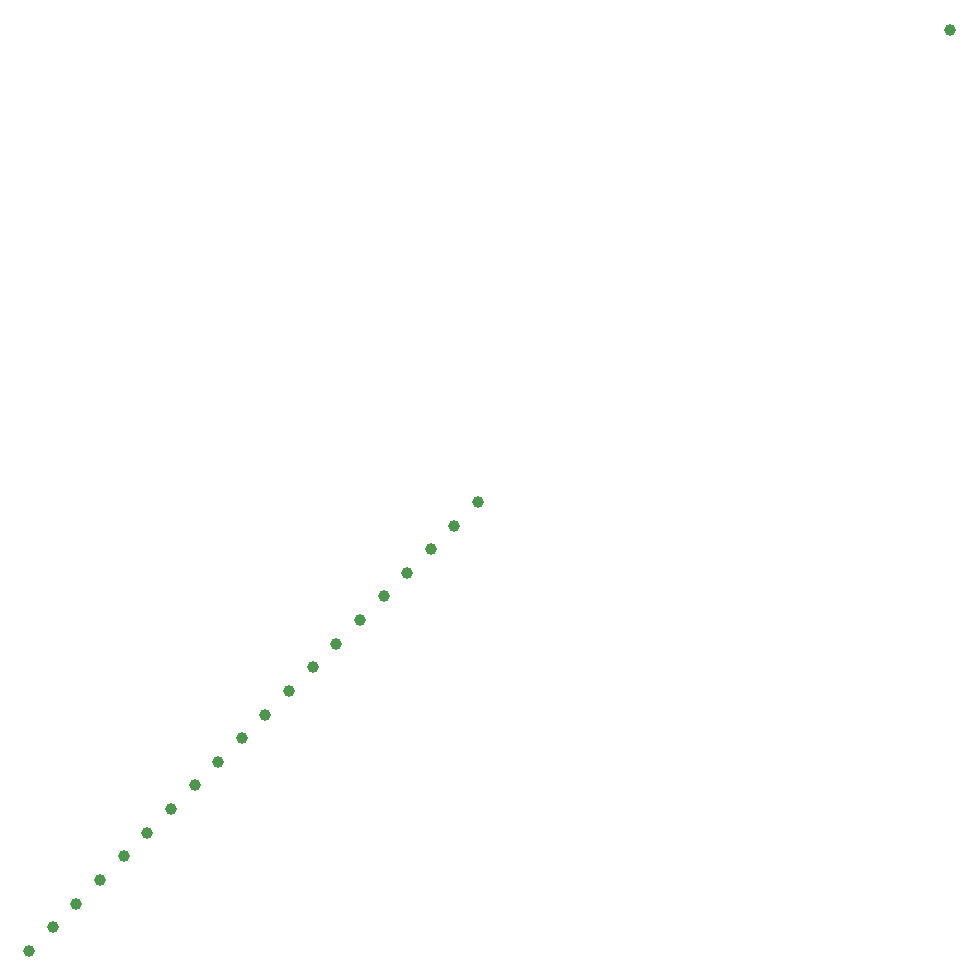
<source format=gbr>
G04 Examples for testing time performance of Gerber parsers*
%FSLAX26Y26*%
%MOMM*%
%ADD10C,1*%
%LPD*%
D10*
X0Y0D03*
X78000000Y78000000D03*
X2000000Y2000000D03*
X4000000Y4000000D03*
X6000000Y6000000D03*
X8000000Y8000000D03*
X10000000Y10000000D03*
X12000000Y12000000D03*
X14000000Y14000000D03*
X16000000Y16000000D03*
X18000000Y18000000D03*
X20000000Y20000000D03*
X22000000Y22000000D03*
X24000000Y24000000D03*
X26000000Y26000000D03*
X28000000Y28000000D03*
X30000000Y30000000D03*
X32000000Y32000000D03*
X34000000Y34000000D03*
X36000000Y36000000D03*
X38000000Y38000000D03*
M02*

</source>
